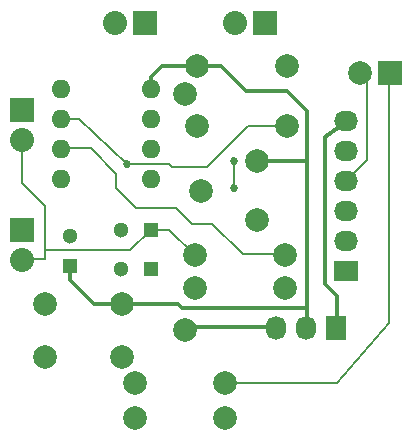
<source format=gtl>
G04 #@! TF.FileFunction,Copper,L1,Top,Signal*
%FSLAX46Y46*%
G04 Gerber Fmt 4.6, Leading zero omitted, Abs format (unit mm)*
G04 Created by KiCad (PCBNEW 4.0.1-stable) date 10/18/2016 5:23:32 PM*
%MOMM*%
G01*
G04 APERTURE LIST*
%ADD10C,0.100000*%
%ADD11R,1.300000X1.300000*%
%ADD12C,1.300000*%
%ADD13R,2.000000X2.000000*%
%ADD14C,2.000000*%
%ADD15O,1.600000X1.600000*%
%ADD16R,2.032000X2.032000*%
%ADD17O,2.032000X2.032000*%
%ADD18C,1.998980*%
%ADD19R,2.032000X1.727200*%
%ADD20O,2.032000X1.727200*%
%ADD21R,1.727200X2.032000*%
%ADD22O,1.727200X2.032000*%
%ADD23C,0.685800*%
%ADD24C,0.203200*%
%ADD25C,0.304800*%
G04 APERTURE END LIST*
D10*
D11*
X119888000Y-125730000D03*
D12*
X117388000Y-125730000D03*
D11*
X113030000Y-128778000D03*
D12*
X113030000Y-126278000D03*
D11*
X119888000Y-129032000D03*
D12*
X117388000Y-129032000D03*
D13*
X140100000Y-112464000D03*
D14*
X137560000Y-112464000D03*
D15*
X112268000Y-113792000D03*
X112268000Y-116332000D03*
X112268000Y-118872000D03*
X112268000Y-121412000D03*
X119888000Y-121412000D03*
X119888000Y-118872000D03*
X119888000Y-116332000D03*
X119888000Y-113792000D03*
D16*
X119380000Y-108204000D03*
D17*
X116840000Y-108204000D03*
D16*
X129540000Y-108204000D03*
D17*
X127000000Y-108204000D03*
D16*
X108966000Y-125730000D03*
D17*
X108966000Y-128270000D03*
D16*
X108966000Y-115570000D03*
D17*
X108966000Y-118110000D03*
D18*
X123590000Y-130664000D03*
X131210000Y-130664000D03*
X118590000Y-138764000D03*
X126210000Y-138764000D03*
X126210000Y-141664000D03*
X118590000Y-141664000D03*
X123790000Y-111864000D03*
X131410000Y-111864000D03*
X131210000Y-127864000D03*
X123590000Y-127864000D03*
X131410000Y-116964000D03*
X123790000Y-116964000D03*
X117451200Y-132013560D03*
X110948800Y-136514440D03*
X117451200Y-136514440D03*
X110948800Y-132013560D03*
D19*
X136400000Y-129264000D03*
D20*
X136400000Y-126724000D03*
X136400000Y-124184000D03*
X136400000Y-121644000D03*
X136400000Y-119104000D03*
X136400000Y-116564000D03*
D14*
X122800000Y-134264000D03*
X122800000Y-114264000D03*
D18*
X128851260Y-124963360D03*
X124100000Y-122464000D03*
X128851260Y-119964640D03*
D21*
X135600000Y-134100000D03*
D22*
X133060000Y-134100000D03*
X130520000Y-134100000D03*
D23*
X117856000Y-120205500D03*
X126936500Y-119888000D03*
X126936500Y-122237500D03*
D24*
X119888000Y-125730000D02*
X121456000Y-125730000D01*
X121456000Y-125730000D02*
X123590000Y-127864000D01*
X108966000Y-128270000D02*
X110900000Y-128264000D01*
X118154000Y-127464000D02*
X119888000Y-125730000D01*
X110900000Y-127464000D02*
X118154000Y-127464000D01*
X110900000Y-128264000D02*
X110900000Y-127464000D01*
X108966000Y-128270000D02*
X109594000Y-128270000D01*
X108966000Y-121830000D02*
X108966000Y-118110000D01*
X110900000Y-123764000D02*
X108966000Y-121830000D01*
X110900000Y-127464000D02*
X110900000Y-123764000D01*
X108966000Y-128270000D02*
X109093000Y-128270000D01*
D25*
X133096000Y-119964640D02*
X133096000Y-115697000D01*
X127973100Y-114020600D02*
X125816500Y-111864000D01*
X131419600Y-114020600D02*
X127973100Y-114020600D01*
X133096000Y-115697000D02*
X131419600Y-114020600D01*
X128851260Y-119964640D02*
X133096000Y-119964640D01*
X133096000Y-119964640D02*
X133100000Y-132364000D01*
X117451200Y-132013560D02*
X122149560Y-132013560D01*
X122500000Y-132364000D02*
X133100000Y-132364000D01*
X122149560Y-132013560D02*
X122500000Y-132364000D01*
X133100000Y-133964000D02*
X133100000Y-132364000D01*
X123790000Y-111864000D02*
X125816500Y-111864000D01*
X119888000Y-113792000D02*
X119888000Y-112776000D01*
X120800000Y-111864000D02*
X123790000Y-111864000D01*
X119888000Y-112776000D02*
X120800000Y-111864000D01*
X113030000Y-128778000D02*
X113030000Y-129994000D01*
X115049560Y-132013560D02*
X117451200Y-132013560D01*
X113030000Y-129994000D02*
X115049560Y-132013560D01*
D24*
X117856000Y-120205500D02*
X117919500Y-120142000D01*
X117919500Y-120142000D02*
X121348500Y-120142000D01*
X121348500Y-120142000D02*
X121412000Y-120142000D01*
X121412000Y-120142000D02*
X121666000Y-120396000D01*
X121666000Y-120396000D02*
X124650500Y-120396000D01*
X124650500Y-120396000D02*
X128082500Y-116964000D01*
X128082500Y-116964000D02*
X131410000Y-116964000D01*
X117856000Y-120205500D02*
X113768000Y-116332000D01*
X113768000Y-116332000D02*
X112268000Y-116332000D01*
X126210000Y-138764000D02*
X135619500Y-138764000D01*
X135619500Y-138764000D02*
X140081000Y-133604000D01*
X140081000Y-133604000D02*
X140081000Y-112395000D01*
X137560000Y-112464000D02*
X138200000Y-113104000D01*
X138200000Y-113104000D02*
X138200000Y-119844000D01*
X138200000Y-119844000D02*
X136400000Y-121644000D01*
X112276000Y-118864000D02*
X114800000Y-118864000D01*
X127698500Y-127825500D02*
X131171500Y-127825500D01*
X125095000Y-125222000D02*
X127698500Y-127825500D01*
X123380500Y-125222000D02*
X125095000Y-125222000D01*
X122047000Y-123888500D02*
X123380500Y-125222000D01*
X118618000Y-123888500D02*
X122047000Y-123888500D01*
X116967000Y-122237500D02*
X118618000Y-123888500D01*
X116967000Y-121031000D02*
X116967000Y-122237500D01*
X114800000Y-118864000D02*
X116967000Y-121031000D01*
X131171500Y-127825500D02*
X131210000Y-127864000D01*
X126936500Y-119888000D02*
X126936500Y-122237500D01*
D25*
X123100000Y-133964000D02*
X130600640Y-133964000D01*
X122800000Y-134264000D02*
X123100000Y-133964000D01*
X136398000Y-116586000D02*
X134620000Y-117856000D01*
X134620000Y-130302000D02*
X135636000Y-131318000D01*
X134620000Y-117856000D02*
X134620000Y-130302000D01*
X134620000Y-117856000D02*
X134620000Y-117856000D01*
X135636000Y-131318000D02*
X135636000Y-133858000D01*
M02*

</source>
